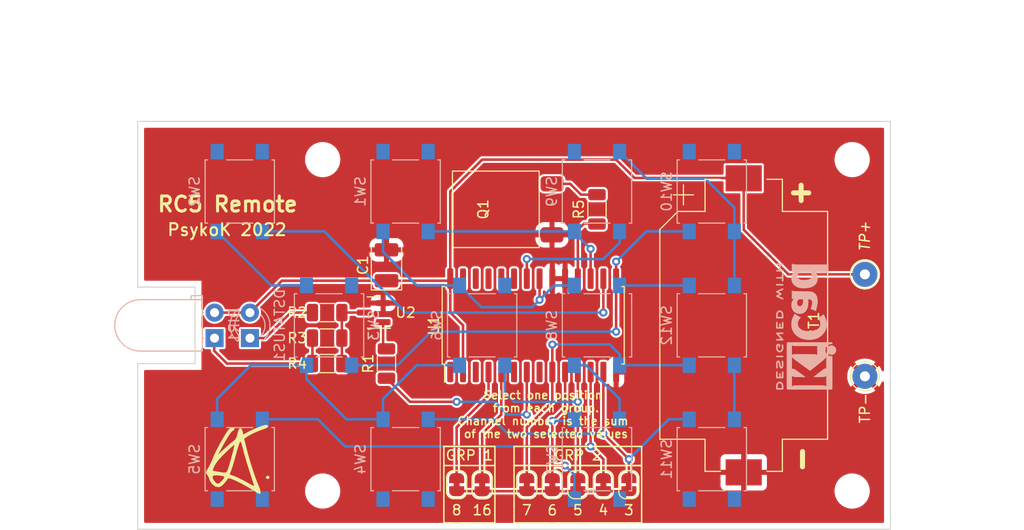
<source format=kicad_pcb>
(kicad_pcb (version 20211014) (generator pcbnew)
  (layers (0 "F.Cu" signal) (31 "B.Cu" signal) (34 "B.Paste" user) (35 "F.Paste" user) (36 "B.SilkS" user "B.Silkscreen") (37 "F.SilkS" user "F.Silkscreen") (38 "B.Mask" user) (39 "F.Mask" user) (44 "Edge.Cuts" user))
  (net 0 "")
  (net 1 "GND")
  (net 2 "Net-(DIR1-Pad1)")
  (net 3 "Net-(DSTATUS1-Pad1)")
  (net 4 "Net-(JP1-Pad1)")
  (net 5 "Net-(BT1-Pad1)")
  (net 6 "Net-(JP1-Pad2)")
  (net 7 "Net-(JP2-Pad2)")
  (net 8 "Net-(JP3-Pad2)")
  (net 9 "Net-(JP4-Pad2)")
  (net 10 "Net-(JP6-Pad2)")
  (net 11 "Net-(JP7-Pad2)")
  (net 12 "Net-(JP5-Pad2)")
  (net 13 "Net-(R1-Pad1)")
  (net 14 "Net-(R1-Pad2)")
  (net 15 "Net-(R2-Pad2)")
  (net 16 "Net-(R5-Pad1)")
  (net 17 "Net-(Q1-Pad2)")
  (net 18 "Net-(SW1-Pad2)")
  (net 19 "Net-(SW1-Pad1)")
  (net 20 "Net-(SW2-Pad2)")
  (net 21 "Net-(SW10-Pad1)")
  (net 31 "Net-(SW10-Pad2)")
  (footprint "Jumper:SolderJumper-2_P1.3mm_Bridged_RoundedPad1.0x1.5mm" (layer "F.Cu") (at 141.605 94.615 90)
    (fp_text reference "JP4" hide)
    (fp_text value "6" (at -2.555 0 180) (layer "F.SilkS"))
    (fp_poly (pts (xy 0.25 -0.3) (xy -0.25 -0.3) (xy -0.25 0.3) (xy 0.25 0.3)) (layer "F.Cu") (width 0) (fill solid))
    (pad "1" smd custom (at -0.65 0 90) (size 1 0.5) (layers "F.Cu" "F.Mask") (net 4 "Net-(JP1-Pad1)") (options (clearance outline) (anchor rect)) (primitives (gr_circle (center 0 0.25) (end 0.5 0.25) (width 0) (fill yes)) (gr_circle (center 0 -0.25) (end 0.5 -0.25) (width 0) (fill yes)) (gr_poly (pts (xy 0.5 0.75) (xy 0 0.75) (xy 0 -0.75) (xy 0.5 -0.75)) (width 0) (fill yes))))
    (pad "2" smd custom (at 0.65 0 90) (size 1 0.5) (layers "F.Cu" "F.Mask") (net 9 "Net-(JP4-Pad2)") (options (clearance outline) (anchor rect)) (primitives (gr_circle (center 0 0.25) (end 0.5 0.25) (width 0) (fill yes)) (gr_circle (center 0 -0.25) (end 0.5 -0.25) (width 0) (fill yes)) (gr_poly (pts (xy 0 0.75) (xy -0.5 0.75) (xy -0.5 -0.75) (xy 0 -0.75)) (width 0) (fill yes))))
  )
  (footprint "Jumper:SolderJumper-2_P1.3mm_Bridged_RoundedPad1.0x1.5mm" (layer "F.Cu") (at 132.08 94.615 90)
    (fp_text reference "JP7" hide)
    (fp_text value "8" (at -2.54 0 180) (layer "F.SilkS"))
    (fp_poly (pts (xy 0.25 -0.3) (xy -0.25 -0.3) (xy -0.25 0.3) (xy 0.25 0.3)) (layer "F.Cu") (width 0) (fill solid))
    (pad "1" smd custom (at -0.65 0 90) (size 1 0.5) (layers "F.Cu" "F.Mask") (net 4 "Net-(JP1-Pad1)") (options (clearance outline) (anchor rect)) (primitives (gr_circle (center 0 0.25) (end 0.5 0.25) (width 0) (fill yes)) (gr_circle (center 0 -0.25) (end 0.5 -0.25) (width 0) (fill yes)) (gr_poly (pts (xy 0.5 0.75) (xy 0 0.75) (xy 0 -0.75) (xy 0.5 -0.75)) (width 0) (fill yes))))
    (pad "2" smd custom (at 0.65 0 90) (size 1 0.5) (layers "F.Cu" "F.Mask") (net 11 "Net-(JP7-Pad2)") (options (clearance outline) (anchor rect)) (primitives (gr_circle (center 0 0.25) (end 0.5 0.25) (width 0) (fill yes)) (gr_circle (center 0 -0.25) (end 0.5 -0.25) (width 0) (fill yes)) (gr_poly (pts (xy 0 0.75) (xy -0.5 0.75) (xy -0.5 -0.75) (xy 0 -0.75)) (width 0) (fill yes))))
  )
  (footprint "Jumper:SolderJumper-2_P1.3mm_Bridged_RoundedPad1.0x1.5mm" (layer "F.Cu") (at 146.685 94.615 90)
    (fp_text reference "JP2" hide)
    (fp_text value "4" (at -2.54 0 180) (layer "F.SilkS"))
    (fp_poly (pts (xy 0.25 -0.3) (xy -0.25 -0.3) (xy -0.25 0.3) (xy 0.25 0.3)) (layer "F.Cu") (width 0) (fill solid))
    (pad "1" smd custom (at -0.65 0 90) (size 1 0.5) (layers "F.Cu" "F.Mask") (net 4 "Net-(JP1-Pad1)") (options (clearance outline) (anchor rect)) (primitives (gr_circle (center 0 0.25) (end 0.5 0.25) (width 0) (fill yes)) (gr_circle (center 0 -0.25) (end 0.5 -0.25) (width 0) (fill yes)) (gr_poly (pts (xy 0.5 0.75) (xy 0 0.75) (xy 0 -0.75) (xy 0.5 -0.75)) (width 0) (fill yes))))
    (pad "2" smd custom (at 0.65 0 90) (size 1 0.5) (layers "F.Cu" "F.Mask") (net 7 "Net-(JP2-Pad2)") (options (clearance outline) (anchor rect)) (primitives (gr_circle (center 0 0.25) (end 0.5 0.25) (width 0) (fill yes)) (gr_circle (center 0 -0.25) (end 0.5 -0.25) (width 0) (fill yes)) (gr_poly (pts (xy 0 0.75) (xy -0.5 0.75) (xy -0.5 -0.75) (xy 0 -0.75)) (width 0) (fill yes))))
  )
  (footprint "Jumper:SolderJumper-2_P1.3mm_Bridged_RoundedPad1.0x1.5mm" (layer "F.Cu") (at 149.225 94.615 90)
    (fp_text reference "JP1" hide)
    (fp_text value "3" (at -2.54 0 180) (layer "F.SilkS"))
    (fp_poly (pts (xy 0.25 -0.3) (xy -0.25 -0.3) (xy -0.25 0.3) (xy 0.25 0.3)) (layer "F.Cu") (width 0) (fill solid))
    (pad "1" smd custom (at -0.65 0 90) (size 1 0.5) (layers "F.Cu" "F.Mask") (net 4 "Net-(JP1-Pad1)") (options (clearance outline) (anchor rect)) (primitives (gr_circle (center 0 0.25) (end 0.5 0.25) (width 0) (fill yes)) (gr_circle (center 0 -0.25) (end 0.5 -0.25) (width 0) (fill yes)) (gr_poly (pts (xy 0.5 0.75) (xy 0 0.75) (xy 0 -0.75) (xy 0.5 -0.75)) (width 0) (fill yes))))
    (pad "2" smd custom (at 0.65 0 90) (size 1 0.5) (layers "F.Cu" "F.Mask") (net 6 "Net-(JP1-Pad2)") (options (clearance outline) (anchor rect)) (primitives (gr_circle (center 0 0.25) (end 0.5 0.25) (width 0) (fill yes)) (gr_circle (center 0 -0.25) (end 0.5 -0.25) (width 0) (fill yes)) (gr_poly (pts (xy 0 0.75) (xy -0.5 0.75) (xy -0.5 -0.75) (xy 0 -0.75)) (width 0) (fill yes))))
  )
  (footprint "TestPoint:TestPoint_THTPad_D2.5mm_Drill1.2mm" (layer "F.Cu") (at 172.72 83.82)
    (fp_text reference "TP-1" hide)
    (fp_text value "TP-" (at 0 3.175 90) (layer "F.SilkS"))
    (pad "1" thru_hole circle (at 0 0) (size 2.5 2.5) (drill 1) (layers *.Cu *.Mask) (net 1 "GND"))
  )
  (footprint "Resistor_SMD:R_1206_3216Metric" (layer "F.Cu") (at 146.05 67.183 90)
    (fp_text reference "R5" (at 0 -1.82 90) (layer "F.SilkS"))
    (fp_text value "6.8k")
    (pad "1" smd roundrect (at -1.4625 0 90) (size 1.125 1.75) (layers "F.Cu" "F.Paste" "F.Mask") (roundrect_rratio 0.2222222222) (net 16 "Net-(R5-Pad1)"))
    (pad "2" smd roundrect (at 1.4625 0 90) (size 1.125 1.75) (layers "F.Cu" "F.Paste" "F.Mask") (roundrect_rratio 0.2222222222) (net 17 "Net-(Q1-Pad2)"))
  )
  (footprint "Capacitor_Tantalum_SMD:CP_EIA-3528-12_Kemet-T" (layer "F.Cu") (at 125.095 72.7575 90)
    (fp_text reference "C1" (at 0 -2.35 90) (layer "F.SilkS"))
    (fp_text value "100")
    (pad "1" smd roundrect (at -1.5375 0 90) (size 1.325 2.35) (layers "F.Cu" "F.Paste" "F.Mask") (roundrect_rratio 0.1886792453) (net 5 "Net-(BT1-Pad1)"))
    (pad "2" smd roundrect (at 1.5375 0 90) (size 1.325 2.35) (layers "F.Cu" "F.Paste" "F.Mask") (roundrect_rratio 0.1886792453) (net 1 "GND"))
  )
  (footprint "Battery:BatteryHolder_Keystone_1060_1x2032" (layer "F.Cu") (at 160.655 78.74 -90)
    (fp_text reference "BT1" (at 0 -6.985 -90) (layer "F.SilkS"))
    (fp_text value "Battery_Cell")
    (pad "1" smd rect (at -14.65 0 90) (size 2.6 3.6) (layers "F.Cu" "F.Paste" "F.Mask") (net 5 "Net-(BT1-Pad1)"))
    (pad "2" smd rect (at 14.65 0 90) (size 2.6 3.6) (layers "F.Cu" "F.Paste" "F.Mask") (net 1 "GND"))
  )
  (footprint "MountingHole:MountingHole_3mm" (layer "F.Cu") (at 171.45 95.25)
    (fp_text reference "H2" hide)
    (fp_text value "MountingHole" hide)
    (pad "" np_thru_hole circle (at 0 0) (size 3 3) (drill 3) (layers *.Cu *.Mask))
  )
  (footprint "MountingHole:MountingHole_3mm" (layer "F.Cu") (at 171.45 62.23)
    (fp_text reference "H3" hide)
    (fp_text value "MountingHole" hide)
    (pad "" np_thru_hole circle (at 0 0) (size 3 3) (drill 3) (layers *.Cu *.Mask))
  )
  (footprint "MountingHole:MountingHole_3mm" (layer "F.Cu") (at 118.745 62.23)
    (fp_text reference "H1" hide)
    (fp_text value "MountingHole" hide)
    (pad "" np_thru_hole circle (at 0 0) (size 3 3) (drill 3) (layers *.Cu *.Mask))
  )
  (footprint "Resistor_SMD:R_1206_3216Metric" (layer "F.Cu") (at 119.1915 77.47)
    (fp_text reference "R2" (at -2.9865 0) (layer "F.SilkS"))
    (fp_text value "100")
    (pad "1" smd roundrect (at -1.4625 0) (size 1.125 1.75) (layers "F.Cu" "F.Paste" "F.Mask") (roundrect_rratio 0.2222222222) (net 3 "Net-(DSTATUS1-Pad1)"))
    (pad "2" smd roundrect (at 1.4625 0) (size 1.125 1.75) (layers "F.Cu" "F.Paste" "F.Mask") (roundrect_rratio 0.2222222222) (net 15 "Net-(R2-Pad2)"))
  )
  (footprint "Resistor_SMD:R_1206_3216Metric" (layer "F.Cu") (at 125.095 82.55 90)
    (fp_text reference "R1" (at 0 -1.82 90) (layer "F.SilkS"))
    (fp_text value "1k")
    (pad "1" smd roundrect (at -1.4625 0 90) (size 1.125 1.75) (layers "F.Cu" "F.Paste" "F.Mask") (roundrect_rratio 0.2222222222) (net 13 "Net-(R1-Pad1)"))
    (pad "2" smd roundrect (at 1.4625 0 90) (size 1.125 1.75) (layers "F.Cu" "F.Paste" "F.Mask") (roundrect_rratio 0.2222222222) (net 14 "Net-(R1-Pad2)"))
  )
  (footprint "Package_SO:SOIC-28W_7.5x17.9mm_P1.27mm" (layer "F.Cu") (at 139.7 78.74 90)
    (fp_text reference "U1" (at 0 -9.9 90) (layer "F.SilkS"))
    (fp_text value "SAA3010")
    (pad "1" smd roundrect (at -4.65 -8.255 90) (size 2.05 0.6) (layers "F.Cu" "F.Paste" "F.Mask"))
    (pad "2" smd roundrect (at -4.65 -6.985 90) (size 2.05 0.6) (layers "F.Cu" "F.Paste" "F.Mask") (net 5 "Net-(BT1-Pad1)"))
    (pad "3" smd roundrect (at -4.65 -5.715 90) (size 2.05 0.6) (layers "F.Cu" "F.Paste" "F.Mask"))
    (pad "4" smd roundrect (at -4.65 -4.445 90) (size 2.05 0.6) (layers "F.Cu" "F.Paste" "F.Mask") (net 11 "Net-(JP7-Pad2)"))
    (pad "5" smd roundrect (at -4.65 -3.175 90) (size 2.05 0.6) (layers "F.Cu" "F.Paste" "F.Mask") (net 10 "Net-(JP6-Pad2)"))
    (pad "6" smd roundrect (at -4.65 -1.905 90) (size 2.05 0.6) (layers "F.Cu" "F.Paste" "F.Mask"))
    (pad "7" smd roundrect (at -4.65 -0.635 90) (size 2.05 0.6) (layers "F.Cu" "F.Paste" "F.Mask") (net 13 "Net-(R1-Pad1)"))
    (pad "8" smd roundrect (at -4.65 0.635 90) (size 2.05 0.6) (layers "F.Cu" "F.Paste" "F.Mask"))
    (pad "9" smd roundrect (at -4.65 1.905 90) (size 2.05 0.6) (layers "F.Cu" "F.Paste" "F.Mask") (net 12 "Net-(JP5-Pad2)"))
    (pad "10" smd roundrect (at -4.65 3.175 90) (size 2.05 0.6) (layers "F.Cu" "F.Paste" "F.Mask") (net 9 "Net-(JP4-Pad2)"))
    (pad "11" smd roundrect (at -4.65 4.445 90) (size 2.05 0.6) (layers "F.Cu" "F.Paste" "F.Mask") (net 8 "Net-(JP3-Pad2)"))
    (pad "12" smd roundrect (at -4.65 5.715 90) (size 2.05 0.6) (layers "F.Cu" "F.Paste" "F.Mask") (net 7 "Net-(JP2-Pad2)"))
    (pad "13" smd roundrect (at -4.65 6.985 90) (size 2.05 0.6) (layers "F.Cu" "F.Paste" "F.Mask") (net 6 "Net-(JP1-Pad2)"))
    (pad "14" smd roundrect (at -4.65 8.255 90) (size 2.05 0.6) (layers "F.Cu" "F.Paste" "F.Mask") (net 1 "GND"))
    (pad "15" smd roundrect (at 4.65 8.255 90) (size 2.05 0.6) (layers "F.Cu" "F.Paste" "F.Mask") (net 21 "Net-(SW10-Pad1)"))
    (pad "16" smd roundrect (at 4.65 6.985 90) (size 2.05 0.6) (layers "F.Cu" "F.Paste" "F.Mask") (net 20 "Net-(SW2-Pad2)"))
    (pad "17" smd roundrect (at 4.65 5.715 90) (size 2.05 0.6) (layers "F.Cu" "F.Paste" "F.Mask") (net 18 "Net-(SW1-Pad2)"))
    (pad "18" smd roundrect (at 4.65 4.445 90) (size 2.05 0.6) (layers "F.Cu" "F.Paste" "F.Mask") (net 16 "Net-(R5-Pad1)"))
    (pad "19" smd roundrect (at 4.65 3.175 90) (size 2.05 0.6) (layers "F.Cu" "F.Paste" "F.Mask") (net 1 "GND"))
    (pad "20" smd roundrect (at 4.65 1.905 90) (size 2.05 0.6) (layers "F.Cu" "F.Paste" "F.Mask") (net 1 "GND"))
    (pad "21" smd roundrect (at 4.65 0.635 90) (size 2.05 0.6) (layers "F.Cu" "F.Paste" "F.Mask") (net 19 "Net-(SW1-Pad1)"))
    (pad "22" smd roundrect (at 4.65 -0.635 90) (size 2.05 0.6) (layers "F.Cu" "F.Paste" "F.Mask") (net 31 "Net-(SW10-Pad2)"))
    (pad "23" smd roundrect (at 4.65 -1.905 90) (size 2.05 0.6) (layers "F.Cu" "F.Paste" "F.Mask"))
    (pad "24" smd roundrect (at 4.65 -3.175 90) (size 2.05 0.6) (layers "F.Cu" "F.Paste" "F.Mask"))
    (pad "25" smd roundrect (at 4.65 -4.445 90) (size 2.05 0.6) (layers "F.Cu" "F.Paste" "F.Mask"))
    (pad "26" smd roundrect (at 4.65 -5.715 90) (size 2.05 0.6) (layers "F.Cu" "F.Paste" "F.Mask"))
    (pad "27" smd roundrect (at 4.65 -6.985 90) (size 2.05 0.6) (layers "F.Cu" "F.Paste" "F.Mask"))
    (pad "28" smd roundrect (at 4.65 -8.255 90) (size 2.05 0.6) (layers "F.Cu" "F.Paste" "F.Mask") (net 5 "Net-(BT1-Pad1)"))
  )
  (footprint "MountingHole:MountingHole_3mm" (layer "F.Cu") (at 118.745 95.25)
    (fp_text reference "H4" hide)
    (fp_text value "MountingHole" hide)
    (pad "" np_thru_hole circle (at 0 0) (size 3 3) (drill 3) (layers *.Cu *.Mask))
  )
  (footprint "Resistor_SMD:R_1206_3216Metric" (layer "F.Cu") (at 119.1915 80.01)
    (fp_text reference "R3" (at -2.9825 0) (layer "F.SilkS"))
    (fp_text value "1.5")
    (pad "1" smd roundrect (at -1.4625 0) (size 1.125 1.75) (layers "F.Cu" "F.Paste" "F.Mask") (roundrect_rratio 0.2222222222) (net 2 "Net-(DIR1-Pad1)"))
    (pad "2" smd roundrect (at 1.4625 0) (size 1.125 1.75) (layers "F.Cu" "F.Paste" "F.Mask") (roundrect_rratio 0.2222222222) (net 15 "Net-(R2-Pad2)"))
  )
  (footprint "Jumper:SolderJumper-2_P1.3mm_Bridged_RoundedPad1.0x1.5mm" (layer "F.Cu") (at 139.065 94.615 90)
    (fp_text reference "JP5" hide)
    (fp_text value "7" (at -2.54 0 180) (layer "F.SilkS"))
    (fp_poly (pts (xy 0.25 -0.3) (xy -0.25 -0.3) (xy -0.25 0.3) (xy 0.25 0.3)) (layer "F.Cu") (width 0) (fill solid))
    (pad "1" smd custom (at -0.65 0 90) (size 1 0.5) (layers "F.Cu" "F.Mask") (net 4 "Net-(JP1-Pad1)") (options (clearance outline) (anchor rect)) (primitives (gr_circle (center 0 0.25) (end 0.5 0.25) (width 0) (fill yes)) (gr_circle (center 0 -0.25) (end 0.5 -0.25) (width 0) (fill yes)) (gr_poly (pts (xy 0.5 0.75) (xy 0 0.75) (xy 0 -0.75) (xy 0.5 -0.75)) (width 0) (fill yes))))
    (pad "2" smd custom (at 0.65 0 90) (size 1 0.5) (layers "F.Cu" "F.Mask") (net 12 "Net-(JP5-Pad2)") (options (clearance outline) (anchor rect)) (primitives (gr_circle (center 0 0.25) (end 0.5 0.25) (width 0) (fill yes)) (gr_circle (center 0 -0.25) (end 0.5 -0.25) (width 0) (fill yes)) (gr_poly (pts (xy 0 0.75) (xy -0.5 0.75) (xy -0.5 -0.75) (xy 0 -0.75)) (width 0) (fill yes))))
  )
  (footprint "Resistor_SMD:R_1206_3216Metric" (layer "F.Cu") (at 119.1875 82.55)
    (fp_text reference "R4" (at -2.9825 0) (layer "F.SilkS"))
    (fp_text value "1.5")
    (pad "1" smd roundrect (at -1.4625 0) (size 1.125 1.75) (layers "F.Cu" "F.Paste" "F.Mask") (roundrect_rratio 0.2222222222) (net 2 "Net-(DIR1-Pad1)"))
    (pad "2" smd roundrect (at 1.4625 0) (size 1.125 1.75) (layers "F.Cu" "F.Paste" "F.Mask") (roundrect_rratio 0.2222222222) (net 15 "Net-(R2-Pad2)"))
  )
  (footprint "TestPoint:TestPoint_THTPad_D2.5mm_Drill1.2mm" (layer "F.Cu") (at 172.72 73.66)
    (fp_text reference "TP+1" hide)
    (fp_text value "TP+" (at 0 -3.81 90) (layer "F.SilkS") (effects (font (thickness 0.15) italic)))
    (pad "1" thru_hole circle (at 0 0) (size 2.5 2.5) (drill 1) (layers *.Cu *.Mask) (net 5 "Net-(BT1-Pad1)"))
  )
  (footprint "Jumper:SolderJumper-2_P1.3mm_Bridged_RoundedPad1.0x1.5mm" (layer "F.Cu") (at 144.145 94.615 90)
    (fp_text reference "JP3" hide)
    (fp_text value "5" (at -2.54 0 180) (layer "F.SilkS"))
    (fp_poly (pts (xy 0.25 -0.3) (xy -0.25 -0.3) (xy -0.25 0.3) (xy 0.25 0.3)) (layer "F.Cu") (width 0) (fill solid))
    (pad "1" smd custom (at -0.65 0 90) (size 1 0.5) (layers "F.Cu" "F.Mask") (net 4 "Net-(JP1-Pad1)") (options (clearance outline) (anchor rect)) (primitives (gr_circle (center 0 0.25) (end 0.5 0.25) (width 0) (fill yes)) (gr_circle (center 0 -0.25) (end 0.5 -0.25) (width 0) (fill yes)) (gr_poly (pts (xy 0.5 0.75) (xy 0 0.75) (xy 0 -0.75) (xy 0.5 -0.75)) (width 0) (fill yes))))
    (pad "2" smd custom (at 0.65 0 90) (size 1 0.5) (layers "F.Cu" "F.Mask") (net 8 "Net-(JP3-Pad2)") (options (clearance outline) (anchor rect)) (primitives (gr_circle (center 0 0.25) (end 0.5 0.25) (width 0) (fill yes)) (gr_circle (center 0 -0.25) (end 0.5 -0.25) (width 0) (fill yes)) (gr_poly (pts (xy 0 0.75) (xy -0.5 0.75) (xy -0.5 -0.75) (xy 0 -0.75)) (width 0) (fill yes))))
  )
  (footprint "Jumper:SolderJumper-2_P1.3mm_Bridged_RoundedPad1.0x1.5mm" (layer "F.Cu") (at 134.62 94.63 90)
    (fp_text reference "JP6" hide)
    (fp_text value "16" (at -2.525 0 180) (layer "F.SilkS"))
    (fp_poly (pts (xy 0.25 -0.3) (xy -0.25 -0.3) (xy -0.25 0.3) (xy 0.25 0.3)) (layer "F.Cu") (width 0) (fill solid))
    (pad "1" smd custom (at -0.65 0 90) (size 1 0.5) (layers "F.Cu" "F.Mask") (net 4 "Net-(JP1-Pad1)") (options (clearance outline) (anchor rect)) (primitives (gr_circle (center 0 0.25) (end 0.5 0.25) (width 0) (fill yes)) (gr_circle (center 0 -0.25) (end 0.5 -0.25) (width 0) (fill yes)) (gr_poly (pts (xy 0.5 0.75) (xy 0 0.75) (xy 0 -0.75) (xy 0.5 -0.75)) (width 0) (fill yes))))
    (pad "2" smd custom (at 0.65 0 90) (size 1 0.5) (layers "F.Cu" "F.Mask") (net 10 "Net-(JP6-Pad2)") (options (clearance outline) (anchor rect)) (primitives (gr_circle (center 0 0.25) (end 0.5 0.25) (width 0) (fill yes)) (gr_circle (center 0 -0.25) (end 0.5 -0.25) (width 0) (fill yes)) (gr_poly (pts (xy 0 0.75) (xy -0.5 0.75) (xy -0.5 -0.75) (xy 0 -0.75)) (width 0) (fill yes))))
  )
  (footprint "Crystal:CSBF" (layer "F.Cu") (at 135.2215 67.183 90)
    (fp_text reference "Q1" (at 0 -0.5 90 unlocked) (layer "F.SilkS"))
    (fp_text value "429KHz")
    (pad "1" smd roundrect (at -2.54 6.35 180) (size 2.286 1.524) (layers "F.Cu" "F.Paste" "F.Mask") (net 1 "GND"))
    (pad "2" smd roundrect (at 2.54 6.35 180) (size 2.286 1.524) (layers "F.Cu" "F.Paste" "F.Mask") (net 17 "Net-(Q1-Pad2)"))
  )
  (footprint "Symbol:sig_100" (layer "F.Cu") (at 110.49 92.075)
    (fp_text reference "G***" hide)
    (fp_text value "LOGO" hide)
  )
  (footprint "Package_TO_SOT_SMD:SOT-23" (layer "F.Cu") (at 123.825 77.47 180)
    (fp_text reference "U2" (at -3.175 0) (layer "F.SilkS"))
    (fp_text value "BCV27")
    (pad "1" smd roundrect (at -0.9375 -0.95 180) (size 1.475 0.6) (layers "F.Cu" "F.Paste" "F.Mask") (net 14 "Net-(R1-Pad2)"))
    (pad "2" smd roundrect (at -0.9375 0.95 180) (size 1.475 0.6) (layers "F.Cu" "F.Paste" "F.Mask") (net 1 "GND"))
    (pad "3" smd roundrect (at 0.9375 0 180) (size 1.475 0.6) (layers "F.Cu" "F.Paste" "F.Mask") (net 15 "Net-(R2-Pad2)"))
  )
  (footprint "Button_Switch_SMD:SW_SPST_B3S-1000" (layer "B.Cu") (at 157.48 92.075 -90)
    (fp_text reference "SW11" (at 0 4.5 -270) (layer "B.SilkS") (effects (justify mirror)))
    (fp_text value "SW11")
    (pad "1" smd rect (at -3.975 2.25 270) (size 1.55 1.3) (layers "B.Cu" "B.Paste" "B.Mask") (net 6 "Net-(JP1-Pad2)"))
    (pad "1" smd rect (at 3.975 2.25 270) (size 1.55 1.3) (layers "B.Cu" "B.Paste" "B.Mask") (net 6 "Net-(JP1-Pad2)"))
    (pad "2" smd rect (at -3.975 -2.25 270) (size 1.55 1.3) (layers "B.Cu" "B.Paste" "B.Mask") (net 31 "Net-(SW10-Pad2)"))
    (pad "2" smd rect (at 3.975 -2.25 270) (size 1.55 1.3) (layers "B.Cu" "B.Paste" "B.Mask") (net 31 "Net-(SW10-Pad2)"))
  )
  (footprint "Button_Switch_SMD:SW_SPST_B3S-1000" (layer "B.Cu") (at 157.48 65.405 -90)
    (fp_text reference "SW10" (at 0 4.5 -270) (layer "B.SilkS") (effects (justify mirror)))
    (fp_text value "SW10")
    (pad "1" smd rect (at -3.975 2.25 270) (size 1.55 1.3) (layers "B.Cu" "B.Paste" "B.Mask") (net 21 "Net-(SW10-Pad1)"))
    (pad "1" smd rect (at 3.975 2.25 270) (size 1.55 1.3) (layers "B.Cu" "B.Paste" "B.Mask") (net 21 "Net-(SW10-Pad1)"))
    (pad "2" smd rect (at -3.975 -2.25 270) (size 1.55 1.3) (layers "B.Cu" "B.Paste" "B.Mask") (net 31 "Net-(SW10-Pad2)"))
    (pad "2" smd rect (at 3.975 -2.25 270) (size 1.55 1.3) (layers "B.Cu" "B.Paste" "B.Mask") (net 31 "Net-(SW10-Pad2)"))
  )
  (footprint "Button_Switch_SMD:SW_SPST_B3S-1000" (layer "B.Cu") (at 146.05 92.075 90)
    (fp_text reference "SW7" (at 0 -4.445 90) (layer "B.SilkS") (effects (justify mirror)))
    (fp_text value "SW7")
    (pad "1" smd rect (at 3.975 2.25 90) (size 1.55 1.3) (layers "B.Cu" "B.Paste" "B.Mask") (net 19 "Net-(SW1-Pad1)"))
    (pad "1" smd rect (at -3.975 2.25 90) (size 1.55 1.3) (layers "B.Cu" "B.Paste" "B.Mask") (net 19 "Net-(SW1-Pad1)"))
    (pad "2" smd rect (at 3.975 -2.25 90) (size 1.55 1.3) (layers "B.Cu" "B.Paste" "B.Mask") (net 9 "Net-(JP4-Pad2)"))
    (pad "2" smd rect (at -3.975 -2.25 90) (size 1.55 1.3) (layers "B.Cu" "B.Paste" "B.Mask") (net 9 "Net-(JP4-Pad2)"))
  )
  (footprint "LED_THT:LED_D5.0mm_Horizontal_O1.27mm_Z3.0mm_IRBlack" (layer "B.Cu") (at 107.98 80.015 90)
    (fp_text reference "DIR1" (at 1.27 1.96 90) (layer "B.SilkS") (effects (justify mirror)))
    (fp_text value "IR")
    (pad "1" thru_hole rect (at 0 0 90) (size 1.8 1.8) (drill 0.9) (layers *.Cu *.Mask) (net 2 "Net-(DIR1-Pad1)"))
    (pad "2" thru_hole circle (at 2.54 0 90) (size 1.8 1.8) (drill 0.9) (layers *.Cu *.Mask) (net 5 "Net-(BT1-Pad1)"))
  )
  (footprint "Button_Switch_SMD:SW_SPST_B3S-1000" (layer "B.Cu") (at 110.49 92.075 -90)
    (fp_text reference "SW5" (at 0 4.5 -270) (layer "B.SilkS") (effects (justify mirror)))
    (fp_text value "SW5")
    (pad "1" smd rect (at -3.975 2.25 270) (size 1.55 1.3) (layers "B.Cu" "B.Paste" "B.Mask") (net 19 "Net-(SW1-Pad1)"))
    (pad "1" smd rect (at 3.975 2.25 270) (size 1.55 1.3) (layers "B.Cu" "B.Paste" "B.Mask") (net 19 "Net-(SW1-Pad1)"))
    (pad "2" smd rect (at 3.975 -2.25 270) (size 1.55 1.3) (layers "B.Cu" "B.Paste" "B.Mask") (net 7 "Net-(JP2-Pad2)"))
    (pad "2" smd rect (at -3.975 -2.25 270) (size 1.55 1.3) (layers "B.Cu" "B.Paste" "B.Mask") (net 7 "Net-(JP2-Pad2)"))
  )
  (footprint "Button_Switch_SMD:SW_SPST_B3S-1000" (layer "B.Cu") (at 146.05 78.74 -90)
    (fp_text reference "SW8" (at 0 4.5 -270) (layer "B.SilkS") (effects (justify mirror)))
    (fp_text value "SW8")
    (pad "1" smd rect (at 3.975 2.25 270) (size 1.55 1.3) (layers "B.Cu" "B.Paste" "B.Mask") (net 19 "Net-(SW1-Pad1)"))
    (pad "1" smd rect (at -3.975 2.25 270) (size 1.55 1.3) (layers "B.Cu" "B.Paste" "B.Mask") (net 19 "Net-(SW1-Pad1)"))
    (pad "2" smd rect (at 3.975 -2.25 270) (size 1.55 1.3) (layers "B.Cu" "B.Paste" "B.Mask") (net 12 "Net-(JP5-Pad2)"))
    (pad "2" smd rect (at -3.975 -2.25 270) (size 1.55 1.3) (layers "B.Cu" "B.Paste" "B.Mask") (net 12 "Net-(JP5-Pad2)"))
  )
  (footprint "Button_Switch_SMD:SW_SPST_B3S-1000" (layer "B.Cu") (at 110.49 65.405 -90)
    (fp_text reference "SW2" (at 0 4.5 -270) (layer "B.SilkS") (effects (justify mirror)))
    (fp_text value "SW2")
    (pad "1" smd rect (at -3.975 2.25 270) (size 1.55 1.3) (layers "B.Cu" "B.Paste" "B.Mask") (net 19 "Net-(SW1-Pad1)"))
    (pad "1" smd rect (at 3.975 2.25 270) (size 1.55 1.3) (layers "B.Cu" "B.Paste" "B.Mask") (net 19 "Net-(SW1-Pad1)"))
    (pad "2" smd rect (at -3.975 -2.25 270) (size 1.55 1.3) (layers "B.Cu" "B.Paste" "B.Mask") (net 20 "Net-(SW2-Pad2)"))
    (pad "2" smd rect (at 3.975 -2.25 270) (size 1.55 1.3) (layers "B.Cu" "B.Paste" "B.Mask") (net 20 "Net-(SW2-Pad2)"))
  )
  (footprint "Button_Switch_SMD:SW_SPST_B3S-1000" (layer "B.Cu") (at 127 92.075 -90)
    (fp_text reference "SW4" (at 0 4.5 -270) (layer "B.SilkS") (effects (justify mirror)))
    (fp_text value "SW4")
    (pad "1" smd rect (at 3.975 2.25 270) (size 1.55 1.3) (layers "B.Cu" "B.Paste" "B.Mask") (net 19 "Net-(SW1-Pad1)"))
    (pad "1" smd rect (at -3.975 2.25 270) (size 1.55 1.3) (layers "B.Cu" "B.Paste" "B.Mask") (net 19 "Net-(SW1-Pad1)"))
    (pad "2" smd rect (at 3.975 -2.25 270) (size 1.55 1.3) (layers "B.Cu" "B.Paste" "B.Mask") (net 6 "Net-(JP1-Pad2)"))
    (pad "2" smd rect (at -3.975 -2.25 270) (size 1.55 1.3) (layers "B.Cu" "B.Paste" "B.Mask") (net 6 "Net-(JP1-Pad2)"))
  )
  (footprint "Button_Switch_SMD:SW_SPST_B3S-1000" (layer "B.Cu") (at 119.38 78.74 -90)
    (fp_text reference "SW3" (at 0 -4.445 -270) (layer "B.SilkS") (effects (justify mirror)))
    (fp_text value "SW3")
    (pad "1" smd rect (at -3.975 2.25 270) (size 1.55 1.3) (layers "B.Cu" "B.Paste" "B.Mask") (net 19 "Net-(SW1-Pad1)"))
    (pad "1" smd rect (at 3.975 2.25 270) (size 1.55 1.3) (layers "B.Cu" "B.Paste" "B.Mask") (net 19 "Net-(SW1-Pad1)"))
    (pad "2" smd rect (at -3.975 -2.25 270) (size 1.55 1.3) (layers "B.Cu" "B.Paste" "B.Mask") (net 21 "Net-(SW10-Pad1)"))
    (pad "2" smd rect (at 3.975 -2.25 270) (size 1.55 1.3) (layers "B.Cu" "B.Paste" "B.Mask") (net 21 "Net-(SW10-Pad1)"))
  )
  (footprint "Button_Switch_SMD:SW_SPST_B3S-1000" (layer "B.Cu") (at 157.48 78.74 -90)
    (fp_text reference "SW12" (at 0 4.5 -270) (layer "B.SilkS") (effects (justify mirror)))
    (fp_text value "SW12")
    (pad "1" smd rect (at -3.975 2.25 270) (size 1.55 1.3) (layers "B.Cu" "B.Paste" "B.Mask") (net 12 "Net-(JP5-Pad2)"))
    (pad "1" smd rect (at 3.975 2.25 270) (size 1.55 1.3) (layers "B.Cu" "B.Paste" "B.Mask") (net 12 "Net-(JP5-Pad2)"))
    (pad "2" smd rect (at -3.975 -2.25 270) (size 1.55 1.3) (layers "B.Cu" "B.Paste" "B.Mask") (net 31 "Net-(SW10-Pad2)"))
    (pad "2" smd rect (at 3.975 -2.25 270) (size 1.55 1.3) (layers "B.Cu" "B.Paste" "B.Mask") (net 31 "Net-(SW10-Pad2)"))
  )
  (footprint "Button_Switch_SMD:SW_SPST_B3S-1000" (layer "B.Cu") (at 127 65.405 -90)
    (fp_text reference "SW1" (at 0 4.5 -270) (layer "B.SilkS") (effects (justify mirror)))
    (fp_text value "SW1")
    (pad "1" smd rect (at 3.975 2.25 270) (size 1.55 1.3) (layers "B.Cu" "B.Paste" "B.Mask") (net 19 "Net-(SW1-Pad1)"))
    (pad "1" smd rect (at -3.975 2.25 270) (size 1.55 1.3) (layers "B.Cu" "B.Paste" "B.Mask") (net 19 "Net-(SW1-Pad1)"))
    (pad "2" smd rect (at 3.975 -2.25 270) (size 1.55 1.3) (layers "B.Cu" "B.Paste" "B.Mask") (net 18 "Net-(SW1-Pad2)"))
    (pad "2" smd rect (at -3.975 -2.25 270) (size 1.55 1.3) (layers "B.Cu" "B.Paste" "B.Mask") (net 18 "Net-(SW1-Pad2)"))
  )
  (footprint "LED_THT:LED_D3.0mm" (layer "B.Cu") (at 111.506 80.015 90)
    (fp_text reference "DSTATUS1" (at 1.27 2.96 90) (layer "B.SilkS") (effects (justify mirror)))
    (fp_text value "STATUS")
    (pad "1" thru_hole rect (at 0 0 90) (size 1.8 1.8) (drill 0.9) (layers *.Cu *.Mask) (net 3 "Net-(DSTATUS1-Pad1)"))
    (pad "2" thru_hole circle (at 2.54 0 90) (size 1.8 1.8) (drill 0.9) (layers *.Cu *.Mask) (net 5 "Net-(BT1-Pad1)"))
  )
  (footprint "Button_Switch_SMD:SW_SPST_B3S-1000" (layer "B.Cu") (at 146.05 65.405 -90)
    (fp_text reference "SW9" (at 0 4.5 -270) (layer "B.SilkS") (effects (justify mirror)))
    (fp_text value "SW9")
    (pad "1" smd rect (at -3.975 2.25 270) (size 1.55 1.3) (layers "B.Cu" "B.Paste" "B.Mask") (net 18 "Net-(SW1-Pad2)"))
    (pad "1" smd rect (at 3.975 2.25 270) (size 1.55 1.3) (layers "B.Cu" "B.Paste" "B.Mask") (net 18 "Net-(SW1-Pad2)"))
    (pad "2" smd rect (at -3.975 -2.25 270) (size 1.55 1.3) (layers "B.Cu" "B.Paste" "B.Mask") (net 31 "Net-(SW10-Pad2)"))
    (pad "2" smd rect (at 3.975 -2.25 270) (size 1.55 1.3) (layers "B.Cu" "B.Paste" "B.Mask") (net 31 "Net-(SW10-Pad2)"))
  )
  (footprint "Symbol:KiCad-Logo2_5mm_SilkScreen" (layer "B.Cu") (at 166.878 78.867 90)
    (fp_text reference "REF**" hide)
    (fp_text value "KiCad-Logo2_5mm_SilkScreen" hide)
  )
  (footprint "Button_Switch_SMD:SW_SPST_B3S-1000" (layer "B.Cu") (at 134.62 78.74 -90)
    (fp_text reference "SW6" (at 0 4.5 -270) (layer "B.SilkS") (effects (justify mirror)))
    (fp_text value "SW6")
    (pad "1" smd rect (at 3.975 2.25 270) (size 1.55 1.3) (layers "B.Cu" "B.Paste" "B.Mask") (net 19 "Net-(SW1-Pad1)"))
    (pad "1" smd rect (at -3.975 2.25 270) (size 1.55 1.3) (layers "B.Cu" "B.Paste" "B.Mask") (net 19 "Net-(SW1-Pad1)"))
    (pad "2" smd rect (at -3.975 -2.25 270) (size 1.55 1.3) (layers "B.Cu" "B.Paste" "B.Mask") (net 8 "Net-(JP3-Pad2)"))
    (pad "2" smd rect (at 3.975 -2.25 270) (size 1.55 1.3) (layers "B.Cu" "B.Paste" "B.Mask") (net 8 "Net-(JP3-Pad2)"))
  )
  (gr_line (start 137.795 92.71) (end 150.495 92.71) (layer "F.SilkS") (width 0.15))
  (gr_rect (start 137.795 90.805) (end 150.495 98.425) (layer "F.SilkS") (width 0.15) (fill none))
  (gr_line (start 130.81 92.71) (end 135.89 92.71) (layer "F.SilkS") (width 0.15))
  (gr_rect (start 130.81 90.805) (end 135.89 98.425) (layer "F.SilkS") (width 0.15) (fill none))
  (gr_line (start 150.495 92.71) (end 137.795 92.71) (layer "F.SilkS") (width 0.15))
  (gr_line (start 100.33 74.93) (end 106.045 74.93) (layer "Edge.Cuts") (width 0.1))
  (gr_line (start 175.26 58.42) (end 175.26 99.06) (layer "Edge.Cuts") (width 0.1))
  (gr_line (start 106.045 82.55) (end 100.33 82.55) (layer "Edge.Cuts") (width 0.1))
  (gr_line (start 175.26 99.06) (end 100.33 99.06) (layer "Edge.Cuts") (width 0.1))
  (gr_line (start 106.045 74.93) (end 106.045 82.55) (layer "Edge.Cuts") (width 0.1))
  (gr_line (start 100.33 74.93) (end 100.33 58.42) (layer "Edge.Cuts") (width 0.1))
  (gr_line (start 100.33 58.42) (end 175.26 58.42) (layer "Edge.Cuts") (width 0.1))
  (gr_line (start 100.33 99.06) (end 100.33 82.55) (layer "Edge.Cuts") (width 0.1))
  (gr_text "-\n" (at 166.37 92.075 90) (layer "F.SilkS") (effects (font (size 2 2) (thickness 0.5)) (justify mirror)))
  (gr_text "+" (at 166.37 65.405) (layer "F.SilkS") (effects (font (size 2 2) (thickness 0.5)) (justify mirror)))
  (gr_text "GRP 2" (at 144.145 91.694) (layer "F.SilkS") (effects (font (size 1 1))))
  (gr_text "PsykoK 2022" (at 109.22 69.215) (layer "F.SilkS") (effects (font (size 1.2 1.2) (thickness 0.2))))
  (gr_text "RC5 Remote \n" (at 109.855 66.675) (layer "F.SilkS") (effects (font (size 1.5 1.5) (thickness 0.3))))
  (gr_text "Select one position \nfrom each group.\nChannel number is the sum \nof the two selected values" (at 140.97 87.63) (layer "F.SilkS") (effects (font (size 0.8 0.8))))
  (gr_text "GRP 1" (at 133.35 91.694) (layer "F.SilkS") (effects (font (size 1 1))))
  (segment (start 117.725 82.55) (end 117.725 80.014) (width 0.254) (layer "F.Cu") (net 2))
  (segment (start 109.22 82.55) (end 117.725 82.55) (width 0.254) (layer "F.Cu") (net 2))
  (segment (start 107.95 81.28) (end 109.22 82.55) (width 0.254) (layer "F.Cu") (net 2))
  (segment (start 117.725 80.014) (end 117.729 80.01) (width 0.254) (layer "F.Cu") (net 2))
  (segment (start 107.95 79.375) (end 107.95 81.28) (width 0.254) (layer "F.Cu") (net 2))
  (segment (start 115.57 77.47) (end 117.729 77.47) (width 0.254) (layer "F.Cu") (net 3))
  (segment (start 117.729 77.47) (end 117.724 77.465) (width 0.25) (layer "F.Cu") (net 3))
  (segment (start 111.506 80.015) (end 113.025 80.015) (width 0.254) (layer "F.Cu") (net 3))
  (segment (start 113.025 80.015) (end 115.57 77.47) (width 0.254) (layer "F.Cu") (net 3))
  (segment (start 149.225 95.265) (end 132.08 95.265) (width 0.254) (layer "F.Cu") (net 4))
  (segment (start 107.98 77.475) (end 111.506 77.475) (width 0.254) (layer "F.Cu") (net 5))
  (segment (start 131.445 77.47) (end 131.445 74.09) (width 0.254) (layer "F.Cu") (net 5))
  (segment (start 125.095 74.295) (end 131.24 74.295) (width 0.254) (layer "F.Cu") (net 5))
  (segment (start 131.24 74.295) (end 131.445 74.09) (width 0.254) (layer "F.Cu") (net 5))
  (segment (start 160.655 69.215) (end 165.1 73.66) (width 0.25) (layer "F.Cu") (net 5))
  (segment (start 134.62 62.23) (end 147.955 62.23) (width 0.254) (layer "F.Cu") (net 5))
  (segment (start 125.095 74.295) (end 114.686 74.295) (width 0.254) (layer "F.Cu") (net 5))
  (segment (start 149.785 64.06) (end 159.9675 64.06) (width 0.254) (layer "F.Cu") (net 5))
  (segment (start 131.445 74.09) (end 131.445 65.405) (width 0.254) (layer "F.Cu") (net 5))
  (segment (start 132.715 78.74) (end 131.445 77.47) (width 0.254) (layer "F.Cu") (net 5))
  (segment (start 131.445 65.405) (end 134.62 62.23) (width 0.254) (layer "F.Cu") (net 5))
  (segment (start 132.715 83.39) (end 132.715 78.74) (width 0.254) (layer "F.Cu") (net 5))
  (segment (start 147.955 62.23) (end 149.785 64.06) (width 0.254) (layer "F.Cu") (net 5))
  (segment (start 114.686 74.295) (end 111.506 77.475) (width 0.254) (layer "F.Cu") (net 5))
  (segment (start 165.1 73.66) (end 172.72 73.66) (width 0.25) (layer "F.Cu") (net 5))
  (segment (start 160.655 64.09) (end 160.655 69.215) (width 0.25) (layer "F.Cu") (net 5))
  (segment (start 146.685 85.598) (end 146.685 83.39) (width 0.254) (layer "F.Cu") (net 6))
  (segment (start 149.225 93.965) (end 149.225 92.075) (width 0.254) (layer "F.Cu") (net 6))
  (segment (start 146.685 89.535) (end 146.685 85.598) (width 0.254) (layer "F.Cu") (net 6))
  (segment (start 149.225 92.075) (end 146.685 89.535) (width 0.254) (layer "F.Cu") (net 6))
  (via (at 149.225 92.075) (size 0.8) (drill 0.4) (layers "F.Cu" "B.Cu") (net 6))
  (via (at 146.685 89.535) (size 0.8) (drill 0.4) (layers "F.Cu" "B.Cu") (net 6))
  (segment (start 135.725 88.1) (end 137.16 89.535) (width 0.254) (layer "B.Cu") (net 6))
  (segment (start 155.23 88.1) (end 153.2 88.1) (width 0.254) (layer "B.Cu") (net 6))
  (segment (start 137.16 89.535) (end 146.685 89.535) (width 0.254) (layer "B.Cu") (net 6))
  (segment (start 129.25 88.1) (end 135.725 88.1) (width 0.254) (layer "B.Cu") (net 6))
  (segment (start 153.2 88.1) (end 149.225 92.075) (width 0.254) (layer "B.Cu") (net 6))
  (segment (start 146.685 92.075) (end 146.685 93.965) (width 0.254) (layer "F.Cu") (net 7))
  (segment (start 146.685 92.075) (end 145.415 90.805) (width 0.254) (layer "F.Cu") (net 7))
  (segment (start 145.415 90.805) (end 145.415 83.39) (width 0.254) (layer "F.Cu") (net 7))
  (via (at 145.415 90.805) (size 0.8) (drill 0.4) (layers "F.Cu" "B.Cu") (net 7))
  (segment (start 118.2625 88.1) (end 120.9675 90.805) (width 0.254) (layer "B.Cu") (net 7))
  (segment (start 112.74 88.1) (end 118.2625 88.1) (width 0.254) (layer "B.Cu") (net 7))
  (segment (start 120.9675 90.805) (end 145.415 90.805) (width 0.254) (layer "B.Cu") (net 7))
  (segment (start 144.145 86.36) (end 144.145 93.965) (width 0.254) (layer "F.Cu") (net 8))
  (segment (start 144.145 86.36) (end 144.145 83.39) (width 0.254) (layer "F.Cu") (net 8))
  (via (at 144.145 86.36) (size 0.8) (drill 0.4) (layers "F.Cu" "B.Cu") (net 8))
  (segment (start 136.87 82.715) (end 136.87 85.435) (width 0.254) (layer "B.Cu") (net 8))
  (segment (start 136.87 85.435) (end 137.795 86.36) (width 0.254) (layer "B.Cu") (net 8))
  (segment (start 137.795 86.36) (end 144.145 86.36) (width 0.254) (layer "B.Cu") (net 8))
  (segment (start 142.875 83.39) (end 142.875 86.995) (width 0.254) (layer "F.Cu") (net 9))
  (segment (start 142.875 92.71) (end 141.605 92.71) (width 0.254) (layer "F.Cu") (net 9))
  (segment (start 142.875 86.995) (end 141.605 88.265) (width 0.254) (layer "F.Cu") (net 9))
  (segment (start 141.605 93.965) (end 141.605 88.265) (width 0.254) (layer "F.Cu") (net 9))
  (via (at 142.875 92.71) (size 0.8) (drill 0.4) (layers "F.Cu" "B.Cu") (net 9))
  (via (at 141.605 88.265) (size 0.8) (drill 0.4) (layers "F.Cu" "B.Cu") (net 9))
  (segment (start 143.8 93.635) (end 142.875 92.71) (width 0.254) (layer "B.Cu") (net 9))
  (segment (start 143.635 88.265) (end 143.8 88.1) (width 0.254) (layer "B.Cu") (net 9))
  (segment (start 141.605 88.265) (end 143.635 88.265) (width 0.254) (layer "B.Cu") (net 9))
  (segment (start 143.8 96.05) (end 143.8 93.635) (width 0.254) (layer "B.Cu") (net 9))
  (segment (start 134.62 93.98) (end 134.62 89.535) (width 0.254) (layer "F.Cu") (net 10))
  (segment (start 134.62 89.535) (end 136.525 87.63) (width 0.254) (layer "F.Cu") (net 10))
  (segment (start 136.525 87.63) (end 136.525 83.39) (width 0.254) (layer "F.Cu") (net 10))
  (segment (start 135.255 83.39) (end 135.255 85.725) (width 0.254) (layer "F.Cu") (net 11))
  (segment (start 135.255 85.725) (end 132.08 88.9) (width 0.254) (layer "F.Cu") (net 11))
  (segment (start 132.08 88.9) (end 132.08 93.965) (width 0.254) (layer "F.Cu") (net 11))
  (segment (start 141.605 80.645) (end 141.605 83.39) (width 0.254) (layer "F.Cu") (net 12))
  (segment (start 139.065 88.9) (end 141.605 86.36) (width 0.254) (layer "F.Cu") (net 12))
  (segment (start 139.065 93.965) (end 139.065 88.9) (width 0.254) (layer "F.Cu") (net 12))
  (segment (start 141.605 86.36) (end 141.605 83.39) (width 0.254) (layer "F.Cu") (net 12))
  (via (at 141.605 80.645) (size 0.8) (drill 0.4) (layers "F.Cu" "B.Cu") (net 12))
  (segment (start 148.3 82.715) (end 155.23 82.715) (width 0.254) (layer "B.Cu") (net 12))
  (segment (start 147.32 80.645) (end 141.605 80.645) (width 0.254) (layer "B.Cu") (net 12))
  (segment (start 148.3 82.715) (end 148.3 81.625) (width 0.254) (layer "B.Cu") (net 12))
  (segment (start 148.3 74.765) (end 155.23 74.765) (width 0.254) (layer "B.Cu") (net 12))
  (segment (start 148.3 81.625) (end 147.32 80.645) (width 0.254) (layer "B.Cu") (net 12))
  (segment (start 127.4425 86.36) (end 132.08 86.36) (width 0.254) (layer "F.Cu") (net 13))
  (segment (start 125.095 84.0125) (end 127.4425 86.36) (width 0.254) (layer "F.Cu") (net 13))
  (segment (start 139.065 87.63) (end 139.065 83.39) (width 0.254) (layer "F.Cu") (net 13))
  (via (at 132.08 86.36) (size 0.8) (drill 0.4) (layers "F.Cu" "B.Cu") (net 13))
  (via (at 139.065 87.63) (size 0.8) (drill 0.4) (layers "F.Cu" "B.Cu") (net 13))
  (segment (start 132.08 86.36) (end 135.89 86.36) (width 0.254) (layer "B.Cu") (net 13))
  (segment (start 137.16 87.63) (end 139.065 87.63) (width 0.254) (layer "B.Cu") (net 13))
  (segment (start 135.89 86.36) (end 137.16 87.63) (width 0.254) (layer "B.Cu") (net 13))
  (segment (start 124.7625 78.42) (end 124.7625 80.755) (width 0.25) (layer "F.Cu") (net 14))
  (segment (start 124.7625 80.755) (end 125.095 81.0875) (width 0.25) (layer "F.Cu") (net 14))
  (segment (start 120.654 77.47) (end 122.8875 77.47) (width 0.25) (layer "F.Cu") (net 15))
  (segment (start 120.654 77.47) (end 120.654 82.546) (width 0.25) (layer "F.Cu") (net 15))
  (segment (start 120.654 82.546) (end 120.65 82.55) (width 0.25) (layer "F.Cu") (net 15))
  (segment (start 144.145 74.09) (end 144.145 69.215) (width 0.25) (layer "F.Cu") (net 16))
  (segment (start 144.145 69.215) (end 144.78 68.58) (width 0.25) (layer "F.Cu") (net 16))
  (segment (start 144.78 68.58) (end 145.9845 68.58) (width 0.25) (layer "F.Cu") (net 16))
  (segment (start 145.9845 68.58) (end 146.05 68.6455) (width 0.25) (layer "F.Cu") (net 16))
  (segment (start 143.383 64.643) (end 141.5715 64.643) (width 0.25) (layer "F.Cu") (net 17))
  (segment (start 144.4605 65.7205) (end 143.383 64.643) (width 0.25) (layer "F.Cu") (net 17))
  (segment (start 146.05 65.7205) (end 144.4605 65.7205) (width 0.25) (layer "F.Cu") (net 17))
  (segment (start 145.415 71.12) (end 145.415 74.09) (width 0.254) (layer "F.Cu") (net 18))
  (via (at 145.415 71.12) (size 0.8) (drill 0.4) (layers "F.Cu" "B.Cu") (net 18))
  (segment (start 143.8 69.38) (end 143.8 69.505) (width 0.254) (layer "B.Cu") (net 18))
  (segment (start 129.25 69.38) (end 143.8 69.38) (width 0.254) (layer "B.Cu") (net 18))
  (segment (start 143.8 69.505) (end 145.415 71.12) (width 0.254) (layer "B.Cu") (net 18))
  (segment (start 140.335 76.2) (end 140.335 74.09) (width 0.254) (layer "F.Cu") (net 19))
  (via (at 140.335 76.2) (size 0.8) (drill 0.4) (layers "F.Cu" "B.Cu") (net 19))
  (segment (start 128.105 74.765) (end 132.37 74.765) (width 0.254) (layer "B.Cu") (net 19))
  (segment (start 140.335 76.2) (end 141.77 74.765) (width 0.254) (layer "B.Cu") (net 19))
  (segment (start 111.595 82.715) (end 117.13 82.715) (width 0.254) (layer "B.Cu") (net 19))
  (segment (start 132.37 74.765) (end 134.5315 76.9265) (width 0.254) (layer "B.Cu") (net 19))
  (segment (start 143.8 82.715) (end 144.945 82.715) (width 0.254) (layer "B.Cu") (net 19))
  (segment (start 117.13 82.715) (end 117.13 84.11) (width 0.254) (layer "B.Cu") (net 19))
  (segment (start 128.105 82.715) (end 124.75 86.07) (width 0.254) (layer "B.Cu") (net 19))
  (segment (start 113.625 74.765) (end 117.13 74.765) (width 0.254) (layer "B.Cu") (net 19))
  (segment (start 108.24 88.1) (end 108.24 86.07) (width 0.254) (layer "B.Cu") (net 19))
  (segment (start 124.75 69.38) (end 124.75 71.41) (width 0.254) (layer "B.Cu") (net 19))
  (segment (start 108.24 69.38) (end 113.625 74.765) (width 0.254) (layer "B.Cu") (net 19))
  (segment (start 121.12 88.1) (end 124.75 88.1) (width 0.254) (layer "B.Cu") (net 19))
  (segment (start 124.75 86.07) (end 124.75 88.1) (width 0.254) (layer "B.Cu") (net 19))
  (segment (start 108.24 86.07) (end 111.595 82.715) (width 0.254) (layer "B.Cu") (net 19))
  (segment (start 144.945 82.715) (end 148.3 86.07) (width 0.254) (layer "B.Cu") (net 19))
  (segment (start 134.5315 76.9265) (end 139.6085 76.9265) (width 0.254) (layer "B.Cu") (net 19))
  (segment (start 117.13 84.11) (end 121.12 88.1) (width 0.254) (layer "B.Cu") (net 19))
  (segment (start 148.3 86.07) (end 148.3 88.1) (width 0.254) (layer "B.Cu") (net 19))
  (segment (start 141.77 74.765) (end 143.8 74.765) (width 0.254) (layer "B.Cu") (net 19))
  (segment (start 132.37 82.715) (end 128.105 82.715) (width 0.254) (layer "B.Cu") (net 19))
  (segment (start 139.6085 76.9265) (end 140.335 76.2) (width 0.254) (layer "B.Cu") (net 19))
  (segment (start 124.75 71.41) (end 128.105 74.765) (width 0.254) (layer "B.Cu") (net 19))
  (segment (start 146.685 77.47) (end 146.685 74.09) (width 0.254) (layer "F.Cu") (net 20))
  (via (at 146.685 77.47) (size 0.8) (drill 0.4) (layers "F.Cu" "B.Cu") (net 20))
  (segment (start 118.91 69.38) (end 126.365 76.835) (width 0.254) (layer "B.Cu") (net 20))
  (segment (start 112.74 69.38) (end 118.91 69.38) (width 0.254) (layer "B.Cu") (net 20))
  (segment (start 127 77.47) (end 146.685 77.47) (width 0.254) (layer "B.Cu") (net 20))
  (segment (start 126.365 76.835) (end 127 77.47) (width 0.254) (layer "B.Cu") (net 20))
  (segment (start 147.955 74.09) (end 147.955 72.39) (width 0.254) (layer "F.Cu") (net 21))
  (segment (start 147.955 79.375) (end 147.955 74.09) (width 0.254) (layer "F.Cu") (net 21))
  (via (at 147.955 79.375) (size 0.8) (drill 0.4) (layers "F.Cu" "B.Cu") (net 21))
  (via (at 147.955 72.39) (size 0.8) (drill 0.4) (layers "F.Cu" "B.Cu") (net 21))
  (segment (start 126.2 82.715) (end 129.54 79.375) (width 0.254) (layer "B.Cu") (net 21))
  (segment (start 155.23 69.38) (end 150.965 69.38) (width 0.254) (layer "B.Cu") (net 21))
  (segment (start 129.54 79.375) (end 147.955 79.375) (width 0.254) (layer "B.Cu") (net 21))
  (segment (start 150.965 69.38) (end 147.955 72.39) (width 0.254) (layer "B.Cu") (net 21))
  (segment (start 121.63 82.715) (end 126.2 82.715) (width 0.254) (layer "B.Cu") (net 21))
  (segment (start 139.065 72.136) (end 139.065 74.09) (width 0.254) (layer "F.Cu") (net 31))
  (via (at 139.065 72.136) (size 0.8) (drill 0.4) (layers "F.Cu" "B.Cu") (net 31))
  (segment (start 159.73 67.02) (end 159.73 69.38) (width 0.254) (layer "B.Cu") (net 31))
  (segment (start 159.73 82.715) (end 159.73 88.1) (width 0.254) (layer "B.Cu") (net 31))
  (segment (start 148.3 61.43) (end 151.005 64.135) (width 0.254) (layer "B.Cu") (net 31))
  (segment (start 148.3 70.521) (end 146.939 71.882) (width 0.254) (layer "B.Cu") (net 31))
  (segment (start 146.685 72.136) (end 139.065 72.136) (width 0.254) (layer "B.Cu") (net 31))
  (segment (start 148.3 69.38) (end 148.3 70.521) (width 0.254) (layer "B.Cu") (net 31))
  (segment (start 151.005 64.135) (end 156.845 64.135) (width 0.254) (layer "B.Cu") (net 31))
  (segment (start 156.845 64.135) (end 159.73 67.02) (width 0.254) (layer "B.Cu") (net 31))
  (segment (start 159.73 69.38) (end 159.73 74.765) (width 0.254) (layer "B.Cu") (net 31))
  (segment (start 146.939 71.882) (end 146.685 72.136) (width 0.254) (layer "B.Cu") (net 31))
  (zone (net 1) (net_name "GND") (layer "F.Cu") (name "GND") (connect_pads (clearance 0)) (min_thickness 0.254) (fill yes (thermal_gap 0.508) (thermal_bridge_width 0.508))
    (polygon (pts (xy 174.625 98.425) (xy 100.965 98.425) (xy 100.965 83.185) (xy 106.68 83.185) (xy 106.68 74.295) (xy 100.965 74.295) (xy 100.965 59.055) (xy 174.625 59.055)))
  )
)
</source>
